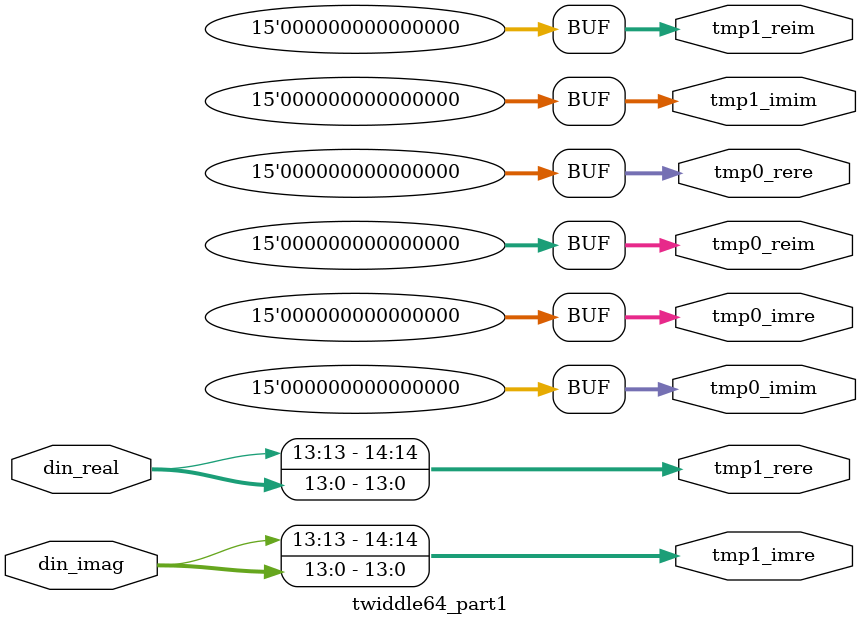
<source format=v>
module twiddle64_part1
#(
	parameter DATA_WIDTH = 14,
	parameter TWIDDLE = 0
)(
	input  wire signed [DATA_WIDTH-1:0] din_real,
	input  wire signed [DATA_WIDTH-1:0] din_imag,
	output wire signed [DATA_WIDTH:0]   tmp0_rere,
	output wire signed [DATA_WIDTH:0]   tmp0_imim,
	output wire signed [DATA_WIDTH:0]   tmp0_reim,
	output wire signed [DATA_WIDTH:0]   tmp0_imre,
	output wire signed [DATA_WIDTH:0]   tmp1_rere,
	output wire signed [DATA_WIDTH:0]   tmp1_imim,
	output wire signed [DATA_WIDTH:0]   tmp1_reim,
	output wire signed [DATA_WIDTH:0]   tmp1_imre
);

generate
	case(TWIDDLE)
		0:
		begin: const0
			assign tmp0_rere = 0;
			assign tmp0_imim = 0;
			assign tmp0_reim = 0;
			assign tmp0_imre = 0;
			
			assign tmp1_rere = din_real;
			assign tmp1_imim = 0;
			assign tmp1_reim = 0;
			assign tmp1_imre = din_imag;
		end
		
		1:
		begin: const1
			assign tmp0_rere = din_real - (din_real >>> 4);
			assign tmp1_rere = tmp0_rere - (tmp0_rere >>> 6);
			
			assign tmp0_imim = (din_imag >>> 4) + (din_imag >>> 6);
			assign tmp1_imim = tmp0_imim + (tmp0_imim >>> 6);
			
			assign tmp0_imre = din_imag - (din_imag >>> 4);
			assign tmp1_imre = tmp0_imre - (tmp0_imre >>> 6);
			
			assign tmp0_reim = (din_real >>> 4) + (din_real >>> 6);
			assign tmp1_reim = tmp0_reim + (tmp0_reim >>> 6);
		end
		
		2:
		begin: const2
			assign tmp0_rere = din_real + (din_real >>> 2);
			assign tmp1_rere = tmp0_rere - (tmp0_rere >>> 6);
			
			assign tmp0_imim = (din_imag >>> 3) + (din_imag >>> 7);
			assign tmp1_imim = tmp0_imim - (tmp0_imim >>> 4);
			
			assign tmp0_imre = din_imag + (din_imag >>> 2);
			assign tmp1_imre = tmp0_imre - (tmp0_imre >>> 6);
			
			assign tmp0_reim = (din_real >>> 3) + (din_real >>> 7);
			assign tmp1_reim = tmp0_reim - (tmp0_reim >>> 4);
		end
		
		3:
		begin: const3
			assign tmp0_rere = din_real - (din_real >>> 5);
			assign tmp1_rere = tmp0_rere + (tmp0_rere >>> 8);
			
			assign tmp0_imim = din_imag + (din_imag >>> 2);
			assign tmp1_imim = tmp0_imim + (tmp0_imim >>> 5);
			
			assign tmp0_imre = din_imag - (din_imag >>> 5);
			assign tmp1_imre = tmp0_imre + (tmp0_imre >>> 8);
			
			assign tmp0_reim = din_real + (din_real >>> 2);
			assign tmp1_reim = tmp0_reim + (tmp0_reim >>> 5);
		end
		
		4:
		begin: const4
			assign tmp0_rere = din_real - (din_real >>> 3);
			assign tmp1_rere = din_real + (tmp0_rere >>> 2);
			
			assign tmp0_imim = din_imag + (din_imag >>> 1);
            assign tmp1_imim = tmp0_imim - (tmp0_imim >>> 11);
			
			assign tmp0_imre = din_imag - (din_imag >>> 3);
			assign tmp1_imre = din_imag + (tmp0_imre >>> 2);
			
			assign tmp0_reim = din_real + (din_real >>> 1);
            assign tmp1_reim = tmp0_reim - (tmp0_reim >>> 11);
		end
		
		5:
		begin: const5
			assign tmp0_rere = din_real + (din_real >>> 7);
			assign tmp1_rere = tmp0_rere - (tmp0_rere >>> 3);
			
			assign tmp0_imim = (din_imag >>> 1) + (din_imag >>> 3);
			assign tmp1_imim = tmp0_imim + (tmp0_imim >>> 3);
			
			assign tmp0_imre = din_imag + (din_imag >>> 7);
			assign tmp1_imre = tmp0_imre - (tmp0_imre >>> 3);
			
			assign tmp0_reim = (din_real >>> 1) + (din_real >>> 3);
			assign tmp1_reim = tmp0_reim + (tmp0_reim >>> 3);
		end
		
		6:
		begin: const6
			assign tmp0_rere = din_real + (din_real >>> 2);
			assign tmp1_rere = tmp0_rere - (tmp0_rere >>> 5);
			
			assign tmp0_imim = (din_imag >>> 1) + (din_imag >>> 7);
			assign tmp1_imim = tmp0_imim - (tmp0_imim >>> 3);
			
			assign tmp0_imre = din_imag + (din_imag >>> 2);
			assign tmp1_imre = tmp0_imre - (tmp0_imre >>> 5);
			
			assign tmp0_reim = (din_real >>> 1) + (din_real >>> 7);
			assign tmp1_reim = tmp0_reim - (tmp0_reim >>> 3);
		end
		
		7:
		begin: const7
			assign tmp0_rere = din_real - (din_real >>> 5);
			assign tmp1_rere = tmp0_rere - (tmp0_rere >>> 4);
			
			assign tmp0_imim = din_imag + (din_imag >>> 4);
			assign tmp1_imim = din_imag + (tmp0_imim >>> 7);
			
			assign tmp0_imre = din_imag - (din_imag >>> 5);
			assign tmp1_imre = tmp0_imre - (tmp0_imre >>> 4);
			
			assign tmp0_reim = din_real + (din_real >>> 4);
			assign tmp1_reim = din_real + (tmp0_reim >>> 7);
		end
		
		8:
		begin: const8
			assign tmp0_rere = din_real + (din_real >>> 6);
			assign tmp1_rere = tmp0_rere + (tmp0_rere >>> 8);
			
			assign tmp0_imim = din_imag + (din_imag >>> 6);
			assign tmp1_imim = tmp0_imim + (tmp0_imim >>> 8);
			
			assign tmp0_imre = din_imag + (din_imag >>> 6);
			assign tmp1_imre = tmp0_imre + (tmp0_imre >>> 8);
			
			assign tmp0_reim = din_real + (din_real >>> 6);
			assign tmp1_reim = tmp0_reim + (tmp0_reim >>> 8);
		end
	endcase
endgenerate

endmodule
</source>
